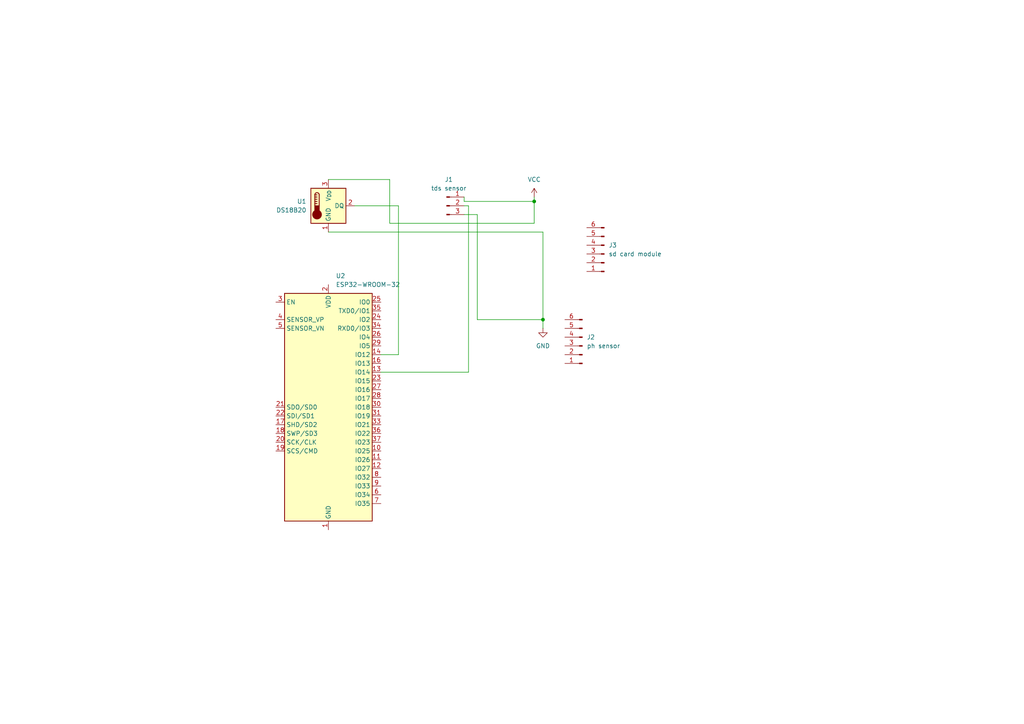
<source format=kicad_sch>
(kicad_sch (version 20250114) (generator "eeschema") (generator_version "9.0")
  (paper "A4")
  (lib_symbols
    (symbol "Connector:Conn_01x03_Pin" (pin_names (offset 1.016) (hide yes))
      (property "Reference" "J" (at 0 5.08 0))
      (property "Value" "Conn_01x03_Pin" (at 0 -5.08 0))
      (symbol "Conn_01x03_Pin_1_1"
        (rectangle (start 0.8636 2.667) (end 0 2.413) (stroke (width 0.1524)) (fill (type outline)))
        (rectangle (start 0.8636 0.127) (end 0 -0.127) (stroke (width 0.1524)) (fill (type outline)))
        (rectangle (start 0.8636 -2.413) (end 0 -2.667) (stroke (width 0.1524)) (fill (type outline)))
        (polyline (pts (xy 1.27 2.54) (xy 0.8636 2.54)) (stroke (width 0.1524)))
        (polyline (pts (xy 1.27 0) (xy 0.8636 0)) (stroke (width 0.1524)))
        (polyline (pts (xy 1.27 -2.54) (xy 0.8636 -2.54)) (stroke (width 0.1524)))
        (pin passive line (at 5.08 2.54 180) (length 3.81) (name "Pin_1") (number "1"))
        (pin passive line (at 5.08 0 180) (length 3.81) (name "Pin_2") (number "2"))
        (pin passive line (at 5.08 -2.54 180) (length 3.81) (name "Pin_3") (number "3"))
      )
    )
    (symbol "Connector:Conn_01x06_Pin" (pin_names (offset 1.016) (hide yes))
      (property "Reference" "J" (at 0 7.62 0))
      (property "Value" "Conn_01x06_Pin" (at 0 -10.16 0))
      (symbol "Conn_01x06_Pin_1_1"
        (rectangle (start 0.8636 5.207) (end 0 4.953) (stroke (width 0.1524)) (fill (type outline)))
        (rectangle (start 0.8636 2.667) (end 0 2.413) (stroke (width 0.1524)) (fill (type outline)))
        (rectangle (start 0.8636 0.127) (end 0 -0.127) (stroke (width 0.1524)) (fill (type outline)))
        (rectangle (start 0.8636 -2.413) (end 0 -2.667) (stroke (width 0.1524)) (fill (type outline)))
        (rectangle (start 0.8636 -4.953) (end 0 -5.207) (stroke (width 0.1524)) (fill (type outline)))
        (rectangle (start 0.8636 -7.493) (end 0 -7.747) (stroke (width 0.1524)) (fill (type outline)))
        (polyline (pts (xy 1.27 5.08) (xy 0.8636 5.08)) (stroke (width 0.1524)))
        (polyline (pts (xy 1.27 2.54) (xy 0.8636 2.54)) (stroke (width 0.1524)))
        (polyline (pts (xy 1.27 0) (xy 0.8636 0)) (stroke (width 0.1524)))
        (polyline (pts (xy 1.27 -2.54) (xy 0.8636 -2.54)) (stroke (width 0.1524)))
        (polyline (pts (xy 1.27 -5.08) (xy 0.8636 -5.08)) (stroke (width 0.1524)))
        (polyline (pts (xy 1.27 -7.62) (xy 0.8636 -7.62)) (stroke (width 0.1524)))
        (pin passive line (at 5.08 5.08 180) (length 3.81) (name "Pin_1") (number "1"))
        (pin passive line (at 5.08 2.54 180) (length 3.81) (name "Pin_2") (number "2"))
        (pin passive line (at 5.08 0 180) (length 3.81) (name "Pin_3") (number "3"))
        (pin passive line (at 5.08 -2.54 180) (length 3.81) (name "Pin_4") (number "4"))
        (pin passive line (at 5.08 -5.08 180) (length 3.81) (name "Pin_5") (number "5"))
        (pin passive line (at 5.08 -7.62 180) (length 3.81) (name "Pin_6") (number "6"))
      )
    )
    (symbol "RF_Module:ESP32-WROOM-32"
      (property "Reference" "U" (at -12.7 34.29 0))
      (property "Value" "ESP32-WROOM-32" (at 1.27 34.29 0))
      (symbol "ESP32-WROOM-32_0_1"
        (rectangle (start -12.7 33.02) (end 12.7 -33.02) (stroke (width 0.254)) (fill (type background)))
      )
      (symbol "ESP32-WROOM-32_1_1"
        (pin input line (at -15.24 30.48 0) (length 2.54) (name "EN") (number "3"))
        (pin input line (at -15.24 25.4 0) (length 2.54) (name "SENSOR_VP") (number "4"))
        (pin input line (at -15.24 22.86 0) (length 2.54) (name "SENSOR_VN") (number "5"))
        (pin bidirectional line (at -15.24 0 0) (length 2.54) (name "SDO/SD0") (number "21"))
        (pin bidirectional line (at -15.24 -2.54 0) (length 2.54) (name "SDI/SD1") (number "22"))
        (pin bidirectional line (at -15.24 -5.08 0) (length 2.54) (name "SHD/SD2") (number "17"))
        (pin bidirectional line (at -15.24 -7.62 0) (length 2.54) (name "SWP/SD3") (number "18"))
        (pin bidirectional line (at -15.24 -10.16 0) (length 2.54) (name "SCK/CLK") (number "20"))
        (pin bidirectional line (at -15.24 -12.7 0) (length 2.54) (name "SCS/CMD") (number "19"))
        (pin no_connect line (at -12.7 -27.94 0) (length 2.54) (hide yes) (name "NC") (number "32"))
        (pin power_in line (at 0 35.56 270) (length 2.54) (name "VDD") (number "2"))
        (pin power_in line (at 0 -35.56 90) (length 2.54) (name "GND") (number "1"))
        (pin passive line (at 0 -35.56 90) (length 2.54) (hide yes) (name "GND") (number "15"))
        (pin passive line (at 0 -35.56 90) (length 2.54) (hide yes) (name "GND") (number "38"))
        (pin passive line (at 0 -35.56 90) (length 2.54) (hide yes) (name "GND") (number "39"))
        (pin bidirectional line (at 15.24 30.48 180) (length 2.54) (name "IO0") (number "25"))
        (pin bidirectional line (at 15.24 27.94 180) (length 2.54) (name "TXD0/IO1") (number "35"))
        (pin bidirectional line (at 15.24 25.4 180) (length 2.54) (name "IO2") (number "24"))
        (pin bidirectional line (at 15.24 22.86 180) (length 2.54) (name "RXD0/IO3") (number "34"))
        (pin bidirectional line (at 15.24 20.32 180) (length 2.54) (name "IO4") (number "26"))
        (pin bidirectional line (at 15.24 17.78 180) (length 2.54) (name "IO5") (number "29"))
        (pin bidirectional line (at 15.24 15.24 180) (length 2.54) (name "IO12") (number "14"))
        (pin bidirectional line (at 15.24 12.7 180) (length 2.54) (name "IO13") (number "16"))
        (pin bidirectional line (at 15.24 10.16 180) (length 2.54) (name "IO14") (number "13"))
        (pin bidirectional line (at 15.24 7.62 180) (length 2.54) (name "IO15") (number "23"))
        (pin bidirectional line (at 15.24 5.08 180) (length 2.54) (name "IO16") (number "27"))
        (pin bidirectional line (at 15.24 2.54 180) (length 2.54) (name "IO17") (number "28"))
        (pin bidirectional line (at 15.24 0 180) (length 2.54) (name "IO18") (number "30"))
        (pin bidirectional line (at 15.24 -2.54 180) (length 2.54) (name "IO19") (number "31"))
        (pin bidirectional line (at 15.24 -5.08 180) (length 2.54) (name "IO21") (number "33"))
        (pin bidirectional line (at 15.24 -7.62 180) (length 2.54) (name "IO22") (number "36"))
        (pin bidirectional line (at 15.24 -10.16 180) (length 2.54) (name "IO23") (number "37"))
        (pin bidirectional line (at 15.24 -12.7 180) (length 2.54) (name "IO25") (number "10"))
        (pin bidirectional line (at 15.24 -15.24 180) (length 2.54) (name "IO26") (number "11"))
        (pin bidirectional line (at 15.24 -17.78 180) (length 2.54) (name "IO27") (number "12"))
        (pin bidirectional line (at 15.24 -20.32 180) (length 2.54) (name "IO32") (number "8"))
        (pin bidirectional line (at 15.24 -22.86 180) (length 2.54) (name "IO33") (number "9"))
        (pin input line (at 15.24 -25.4 180) (length 2.54) (name "IO34") (number "6"))
        (pin input line (at 15.24 -27.94 180) (length 2.54) (name "IO35") (number "7"))
      )
    )
    (symbol "Sensor_Temperature:DS18B20"
      (property "Reference" "U" (at -3.81 6.35 0))
      (property "Value" "DS18B20" (at 6.35 6.35 0))
      (symbol "DS18B20_0_1"
        (rectangle (start -5.08 5.08) (end 5.08 -5.08) (stroke (width 0.254)) (fill (type background)))
        (polyline (pts (xy -3.937 3.175) (xy -3.937 0)) (stroke (width 0.254)))
        (polyline (pts (xy -3.937 3.175) (xy -3.302 3.175)) (stroke (width 0.254)))
        (polyline (pts (xy -3.937 2.54) (xy -3.302 2.54)) (stroke (width 0.254)))
        (polyline (pts (xy -3.937 1.905) (xy -3.302 1.905)) (stroke (width 0.254)))
        (polyline (pts (xy -3.937 1.27) (xy -3.302 1.27)) (stroke (width 0.254)))
        (polyline (pts (xy -3.937 0.635) (xy -3.302 0.635)) (stroke (width 0.254)))
        (arc (start -3.937 3.175) (mid -3.302 3.8073) (end -2.667 3.175) (stroke (width 0.254)))
        (circle (center -3.302 -2.54) (radius 1.27) (stroke (width 0.254)) (fill (type outline)))
        (polyline (pts (xy -2.667 3.175) (xy -2.667 0)) (stroke (width 0.254)))
        (rectangle (start -2.667 -1.905) (end -3.937 0) (stroke (width 0.254)) (fill (type outline)))
      )
      (symbol "DS18B20_1_1"
        (pin power_in line (at 0 7.62 270) (length 2.54) (name "V_{DD}") (number "3"))
        (pin power_in line (at 0 -7.62 90) (length 2.54) (name "GND") (number "1"))
        (pin bidirectional line (at 7.62 0 180) (length 2.54) (name "DQ") (number "2"))
      )
    )
    (symbol "power:GND" (power) (pin_numbers (hide yes)) (pin_names (offset 0) (hide yes))
      (property "Value" "GND" (at 0 -3.81 0))
      (symbol "GND_0_1"
        (polyline (pts (xy 0 0) (xy 0 -1.27) (xy 1.27 -1.27) (xy 0 -2.54) (xy -1.27 -1.27) (xy 0 -1.27)))
      )
      (symbol "GND_1_1"
        (pin power_in line (at 0 0 270) (length 0) (name "~") (number "1"))
      )
    )
    (symbol "power:VCC" (power) (pin_numbers (hide yes)) (pin_names (offset 0) (hide yes))
      (property "Value" "VCC" (at 0 3.556 0))
      (symbol "VCC_0_1"
        (polyline (pts (xy -0.762 1.27) (xy 0 2.54)))
        (polyline (pts (xy 0 2.54) (xy 0.762 1.27)))
        (polyline (pts (xy 0 0) (xy 0 2.54)))
      )
      (symbol "VCC_1_1"
        (pin power_in line (at 0 0 90) (length 0) (name "~") (number "1"))
      )
    )
  )
  (junction (at 154.94 58.42))
  (junction (at 157.48 92.71))
  (wire (pts (xy 134.62 58.42) (xy 154.94 58.42)))
  (wire (pts (xy 115.57 102.87) (xy 110.49 102.87)))
  (wire (pts (xy 95.25 67.31) (xy 157.48 67.31)))
  (wire (pts (xy 113.03 52.07) (xy 95.25 52.07)))
  (wire (pts (xy 134.62 59.69) (xy 135.89 59.69)))
  (wire (pts (xy 115.57 59.69) (xy 115.57 102.87)))
  (wire (pts (xy 134.62 62.23) (xy 138.43 62.23)))
  (wire (pts (xy 135.89 59.69) (xy 135.89 107.95)))
  (wire (pts (xy 154.94 64.77) (xy 113.03 64.77)))
  (wire (pts (xy 113.03 64.77) (xy 113.03 52.07)))
  (wire (pts (xy 138.43 62.23) (xy 138.43 92.71)))
  (wire (pts (xy 135.89 107.95) (xy 110.49 107.95)))
  (wire (pts (xy 154.94 57.15) (xy 154.94 58.42)))
  (wire (pts (xy 134.62 58.42) (xy 134.62 57.15)))
  (wire (pts (xy 157.48 92.71) (xy 157.48 95.25)))
  (wire (pts (xy 154.94 58.42) (xy 154.94 64.77)))
  (wire (pts (xy 157.48 67.31) (xy 157.48 92.71)))
  (wire (pts (xy 138.43 92.71) (xy 157.48 92.71)))
  (wire (pts (xy 102.87 59.69) (xy 115.57 59.69)))
  (symbol (lib_id "Sensor_Temperature:DS18B20") (at 95.25 59.69 0) (unit 1)
    (property "Reference" "U1" (at 88.9 58.4199 0) (effects (justify right)))
    (property "Value" "DS18B20" (at 88.9 60.9599 0) (effects (justify right)))
    (property "Footprint" "Package_TO_SOT_THT:TO-92_Inline" (effects (hide yes)))
    (property "Datasheet" "http://datasheets.maximintegrated.com/en/ds/DS18B20.pdf" (effects (hide yes)))
    (property "Description" "Programmable Resolution 1-Wire Digital Thermometer TO-92" (effects (hide yes)))
  )
  (symbol (lib_id "power:VCC") (at 154.94 57.15 0) (unit 1)
    (property "Reference" "#PWR01" (effects (hide yes)))
    (property "Value" "VCC" (at 154.94 52.07 0))
    (property "Description" "Power symbol creates a global label with name \"VCC\"" (effects (hide yes)))
  )
  (symbol (lib_id "Connector:Conn_01x06_Pin") (at 168.91 100.33 180) (unit 1)
    (property "Reference" "J2" (at 170.18 97.7899 0) (effects (justify right)))
    (property "Value" "ph sensor" (at 170.18 100.3299 0) (effects (justify right)))
    (property "Description" "Generic connector, single row, 01x06, script generated" (effects (hide yes)))
  )
  (symbol (lib_id "Connector:Conn_01x03_Pin") (at 129.54 59.69 0) (unit 1)
    (property "Reference" "J1" (at 130.175 52.07 0))
    (property "Value" "tds sensor" (at 130.175 54.61 0))
    (property "Footprint" "TDS" (effects (hide yes)))
    (property "Description" "Generic connector, single row, 01x03, script generated" (effects (hide yes)))
  )
  (symbol (lib_id "RF_Module:ESP32-WROOM-32") (at 95.25 118.11 0) (unit 1)
    (property "Reference" "U2" (at 97.3933 80.01 0) (effects (justify left)))
    (property "Value" "ESP32-WROOM-32" (at 97.3933 82.55 0) (effects (justify left)))
    (property "Footprint" "RF_Module:ESP32-WROOM-32" (effects (hide yes)))
    (property "Datasheet" "https://www.espressif.com/sites/default/files/documentation/esp32-wroom-32_datasheet_en.pdf" (effects (hide yes)))
    (property "Description" "RF Module, ESP32-D0WDQ6 SoC, Wi-Fi 802.11b/g/n, Bluetooth, BLE, 32-bit, 2.7-3.6V, onboard antenna, SMD" (effects (hide yes)))
  )
  (symbol (lib_id "Connector:Conn_01x06_Pin") (at 175.26 73.66 180) (unit 1)
    (property "Reference" "J3" (at 176.53 71.1199 0) (effects (justify right)))
    (property "Value" "sd card module" (at 176.53 73.6599 0) (effects (justify right)))
    (property "Description" "Generic connector, single row, 01x06, script generated" (effects (hide yes)))
  )
  (symbol (lib_id "power:GND") (at 157.48 95.25 0) (unit 1)
    (property "Reference" "#PWR02" (effects (hide yes)))
    (property "Value" "GND" (at 157.48 100.33 0))
    (property "Description" "Power symbol creates a global label with name \"GND\" , ground" (effects (hide yes)))
  )
)
</source>
